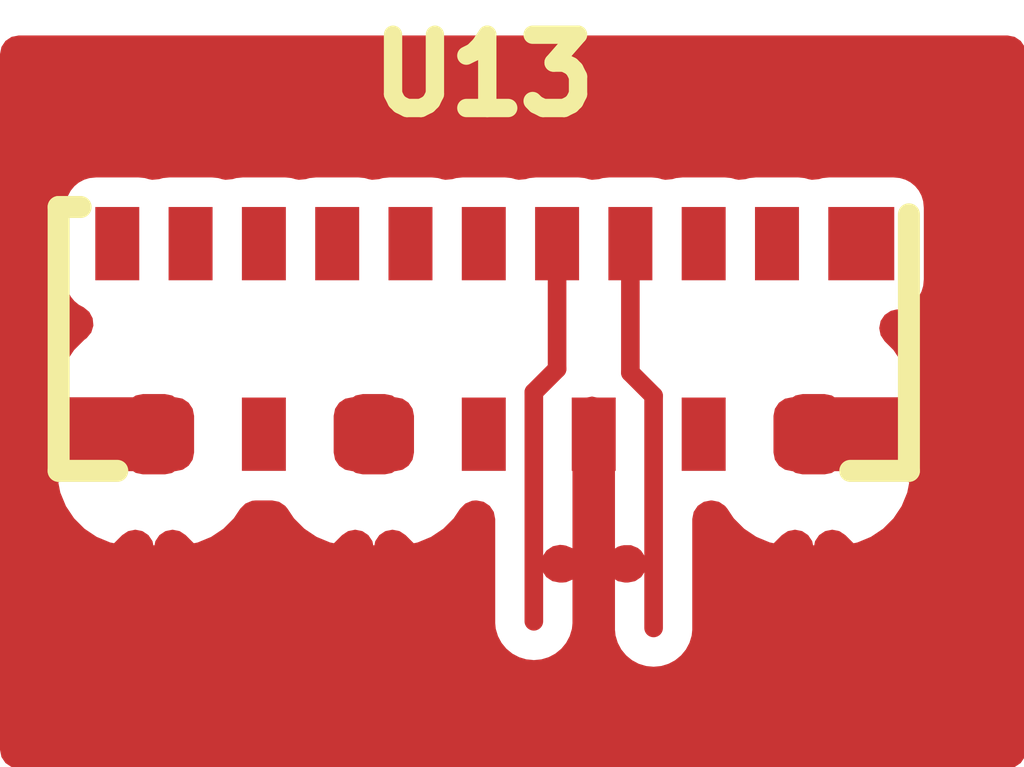
<source format=kicad_pcb>
(kicad_pcb (version 20171130) (host pcbnew "(5.1.0-rc2-38-g4612175da2)")

  (general
    (thickness 1.6)
    (drawings 0)
    (tracks 7)
    (zones 0)
    (modules 1)
    (nets 15)
  )

  (page A4)
  (layers
    (0 F.Cu signal)
    (1 In1.Cu signal)
    (2 In2.Cu signal)
    (3 In3.Cu signal)
    (4 In4.Cu signal)
    (31 B.Cu signal)
    (32 B.Adhes user)
    (33 F.Adhes user)
    (34 B.Paste user)
    (35 F.Paste user)
    (36 B.SilkS user)
    (37 F.SilkS user)
    (38 B.Mask user)
    (39 F.Mask user)
    (40 Dwgs.User user)
    (41 Cmts.User user)
    (42 Eco1.User user)
    (43 Eco2.User user)
    (44 Edge.Cuts user)
    (45 Margin user)
    (46 B.CrtYd user)
    (47 F.CrtYd user)
    (48 B.Fab user)
    (49 F.Fab user)
  )

  (setup
    (last_trace_width 0.127)
    (user_trace_width 0.1)
    (user_trace_width 0.25)
    (user_trace_width 0.5)
    (user_trace_width 0.75)
    (user_trace_width 1)
    (user_trace_width 1.2)
    (user_trace_width 1.65)
    (user_trace_width 2.5)
    (trace_clearance 0.12)
    (zone_clearance 0.22)
    (zone_45_only no)
    (trace_min 0.09)
    (via_size 0.45)
    (via_drill 0.2)
    (via_min_size 0.45)
    (via_min_drill 0.2)
    (user_via 0.45 0.2)
    (uvia_size 0.2)
    (uvia_drill 0.1)
    (uvias_allowed no)
    (uvia_min_size 0.2)
    (uvia_min_drill 0.1)
    (edge_width 0.15)
    (segment_width 0.2)
    (pcb_text_width 0.3)
    (pcb_text_size 1.5 1.5)
    (mod_edge_width 0.15)
    (mod_text_size 0.5 0.5)
    (mod_text_width 0.125)
    (pad_size 0.3 0.5)
    (pad_drill 0)
    (pad_to_mask_clearance 0.0508)
    (solder_mask_min_width 0.25)
    (aux_axis_origin 0 0)
    (visible_elements FFFDFF7F)
    (pcbplotparams
      (layerselection 0x010fc_ffffffff)
      (usegerberextensions false)
      (usegerberattributes false)
      (usegerberadvancedattributes false)
      (creategerberjobfile false)
      (excludeedgelayer true)
      (linewidth 0.100000)
      (plotframeref false)
      (viasonmask false)
      (mode 1)
      (useauxorigin false)
      (hpglpennumber 1)
      (hpglpenspeed 20)
      (hpglpendiameter 15.000000)
      (psnegative false)
      (psa4output false)
      (plotreference true)
      (plotvalue true)
      (plotinvisibletext false)
      (padsonsilk false)
      (subtractmaskfromsilk false)
      (outputformat 1)
      (mirror false)
      (drillshape 0)
      (scaleselection 1)
      (outputdirectory "."))
  )

  (net 0 "")
  (net 1 GND)
  (net 2 /rasp_cm/HDMI_CK_N)
  (net 3 /rasp_cm/HDMI_CK_P)
  (net 4 /hdmi_conn/HDMI_D0_N)
  (net 5 /hdmi_conn/HDMI_D0_P)
  (net 6 /hdmi_conn/HDMI_D1_N)
  (net 7 /hdmi_conn/HDMI_D1_P)
  (net 8 /hdmi_conn/HDMI_D2_N)
  (net 9 /hdmi_conn/HDMI_D2_P)
  (net 10 /hdmi_conn/HDMI_CEC)
  (net 11 /hdmi_conn/HDMI_SDA)
  (net 12 /hdmi_conn/HDMI_SCL)
  (net 13 /hdmi_conn/HDMI_HPD)
  (net 14 +5V)

  (net_class Default "This is the default net class."
    (clearance 0.12)
    (trace_width 0.127)
    (via_dia 0.45)
    (via_drill 0.2)
    (uvia_dia 0.2)
    (uvia_drill 0.1)
    (diff_pair_width 0.2)
    (diff_pair_gap 0.127)
    (add_net +5V)
    (add_net /hdmi_conn/HDMI_CEC)
    (add_net /hdmi_conn/HDMI_D0_N)
    (add_net /hdmi_conn/HDMI_D0_P)
    (add_net /hdmi_conn/HDMI_D1_N)
    (add_net /hdmi_conn/HDMI_D1_P)
    (add_net /hdmi_conn/HDMI_D2_N)
    (add_net /hdmi_conn/HDMI_D2_P)
    (add_net /hdmi_conn/HDMI_HPD)
    (add_net /hdmi_conn/HDMI_SCL)
    (add_net /hdmi_conn/HDMI_SDA)
    (add_net /rasp_cm/HDMI_CK_N)
    (add_net /rasp_cm/HDMI_CK_P)
    (add_net GND)
  )

  (module FS-Diode:TestFootprint (layer F.Cu) (tedit 5C7F02F0) (tstamp 5C7EF524)
    (at 22.8 18.07 180)
    (path /5B657F9C/5B658966)
    (attr smd)
    (fp_text reference U13 (at 0 1.8 180) (layer F.SilkS)
      (effects (font (size 0.5 0.5) (thickness 0.125)))
    )
    (fp_text value TestFootprint (at 0 -1.7 180) (layer F.Fab)
      (effects (font (size 0.5 0.5) (thickness 0.125)))
    )
    (fp_line (start -2.9 -0.9) (end -2.9 0.85) (layer F.SilkS) (width 0.15))
    (fp_line (start -2.5 -0.9) (end -2.9 -0.9) (layer F.SilkS) (width 0.15))
    (fp_line (start 2.9 -0.9) (end 2.5 -0.9) (layer F.SilkS) (width 0.15))
    (fp_line (start 2.9 0.9) (end 2.9 -0.9) (layer F.SilkS) (width 0.15))
    (fp_line (start 2.75 0.9) (end 2.9 0.9) (layer F.SilkS) (width 0.15))
    (fp_line (start 2.75 0.75) (end 2.75 -0.75) (layer F.CrtYd) (width 0.15))
    (fp_line (start 2.75 0.75) (end -2.75 0.75) (layer F.CrtYd) (width 0.15))
    (fp_line (start -2.75 -0.75) (end -2.75 0.75) (layer F.CrtYd) (width 0.15))
    (fp_line (start -2.75 -0.75) (end 2.75 -0.75) (layer F.CrtYd) (width 0.15))
    (pad 15 smd rect (at 0 -0.65 180) (size 0.3 0.5) (layers F.Cu F.Paste F.Mask)
      (net 11 /hdmi_conn/HDMI_SDA))
    (pad 14 smd rect (at 0.75 -0.65 180) (size 0.3 0.5) (layers F.Cu F.Paste F.Mask)
      (net 1 GND))
    (pad 13 smd rect (at 1.5 -0.65 180) (size 0.3 0.5) (layers F.Cu F.Paste F.Mask)
      (net 14 +5V))
    (pad 12 smd rect (at 2.25 -0.65 180) (size 0.3 0.5) (layers F.Cu F.Paste F.Mask)
      (net 1 GND))
    (pad 16 smd rect (at -0.75 -0.65 180) (size 0.3 0.5) (layers F.Cu F.Paste F.Mask)
      (net 1 GND))
    (pad 17 smd rect (at -1.5 -0.65 180) (size 0.3 0.5) (layers F.Cu F.Paste F.Mask)
      (net 10 /hdmi_conn/HDMI_CEC))
    (pad 18 smd rect (at -2.25 -0.65 180) (size 0.3 0.5) (layers F.Cu F.Paste F.Mask)
      (net 1 GND))
    (pad 6 smd rect (at 0 0.65 180) (size 0.3 0.5) (layers F.Cu F.Paste F.Mask)
      (net 12 /hdmi_conn/HDMI_SCL))
    (pad 7 smd rect (at 0.5 0.65 180) (size 0.3 0.5) (layers F.Cu F.Paste F.Mask)
      (net 5 /hdmi_conn/HDMI_D0_P))
    (pad 8 smd rect (at 1 0.65 180) (size 0.3 0.5) (layers F.Cu F.Paste F.Mask)
      (net 4 /hdmi_conn/HDMI_D0_N))
    (pad 9 smd rect (at 1.5 0.65 180) (size 0.3 0.5) (layers F.Cu F.Paste F.Mask)
      (net 13 /hdmi_conn/HDMI_HPD))
    (pad 10 smd rect (at 2 0.65 180) (size 0.3 0.5) (layers F.Cu F.Paste F.Mask)
      (net 3 /rasp_cm/HDMI_CK_P))
    (pad 11 smd rect (at 2.5 0.65 180) (size 0.3 0.5) (layers F.Cu F.Paste F.Mask)
      (net 2 /rasp_cm/HDMI_CK_N))
    (pad 5 smd rect (at -0.5 0.65 180) (size 0.3 0.5) (layers F.Cu F.Paste F.Mask)
      (net 6 /hdmi_conn/HDMI_D1_N))
    (pad 4 smd rect (at -1 0.65 180) (size 0.3 0.5) (layers F.Cu F.Paste F.Mask)
      (net 7 /hdmi_conn/HDMI_D1_P))
    (pad 3 smd rect (at -1.5 0.65 180) (size 0.3 0.5) (layers F.Cu F.Paste F.Mask))
    (pad 2 smd rect (at -2 0.65 180) (size 0.3 0.5) (layers F.Cu F.Paste F.Mask)
      (net 8 /hdmi_conn/HDMI_D2_N))
    (pad 1 smd rect (at -2.575 0.65 180) (size 0.45 0.5) (layers F.Cu F.Paste F.Mask)
      (net 9 /hdmi_conn/HDMI_D2_P))
  )

  (segment (start 23.55 19.6) (end 23.55 19.6) (width 0.25) (layer F.Cu) (net 1))
  (segment (start 23.141499 18.433671) (end 23.141499 19.996081) (width 0.127) (layer F.Cu) (net 6))
  (segment (start 23.3 17.42) (end 23.3 18.27517) (width 0.127) (layer F.Cu) (net 6))
  (segment (start 23.3 18.27517) (end 23.141499 18.433671) (width 0.127) (layer F.Cu) (net 6))
  (segment (start 23.958501 18.458501) (end 23.958501 20.041499) (width 0.127) (layer F.Cu) (net 7))
  (segment (start 23.8 17.42) (end 23.8 18.3) (width 0.127) (layer F.Cu) (net 7))
  (segment (start 23.8 18.3) (end 23.958501 18.458501) (width 0.127) (layer F.Cu) (net 7))

  (zone (net 1) (net_name GND) (layer F.Cu) (tstamp 5C7F0764) (hatch edge 0.508)
    (connect_pads (clearance 0.2))
    (min_thickness 0.254)
    (fill yes (arc_segments 16) (thermal_gap 0.508) (thermal_bridge_width 0.508))
    (polygon
      (pts
        (xy 19.5 16) (xy 19.5 21) (xy 26.5 21) (xy 26.5 16)
      )
    )
    (filled_polygon
      (pts
        (xy 26.373 20.873) (xy 19.627 20.873) (xy 19.627 19.605) (xy 20.31625 19.605) (xy 20.337458 19.605)
        (xy 20.319769 19.601481) (xy 20.31625 19.605) (xy 19.627 19.605) (xy 19.627 18.407458) (xy 19.765 18.407458)
        (xy 19.765 18.43625) (xy 19.92375 18.595) (xy 20.475 18.595) (xy 20.475 18.573) (xy 20.625 18.573)
        (xy 20.625 18.595) (xy 20.697 18.595) (xy 20.697 18.845) (xy 20.625 18.845) (xy 20.625 18.867)
        (xy 20.475 18.867) (xy 20.475 18.845) (xy 19.92375 18.845) (xy 19.765 19.00375) (xy 19.765 19.032542)
        (xy 19.789403 19.155223) (xy 19.83727 19.270785) (xy 19.906763 19.374789) (xy 19.995211 19.463237) (xy 20.099215 19.53273)
        (xy 20.214777 19.580597) (xy 20.319769 19.601481) (xy 20.422998 19.498252) (xy 20.422998 19.605) (xy 20.677002 19.605)
        (xy 20.762542 19.605) (xy 20.78375 19.605) (xy 21.81625 19.605) (xy 21.837458 19.605) (xy 21.819769 19.601481)
        (xy 21.81625 19.605) (xy 20.78375 19.605) (xy 20.780231 19.601481) (xy 20.762542 19.605) (xy 20.677002 19.605)
        (xy 20.677002 19.498252) (xy 20.780231 19.601481) (xy 20.885223 19.580597) (xy 21.000785 19.53273) (xy 21.104789 19.463237)
        (xy 21.193237 19.374789) (xy 21.244157 19.298582) (xy 21.355843 19.298582) (xy 21.406763 19.374789) (xy 21.495211 19.463237)
        (xy 21.599215 19.53273) (xy 21.714777 19.580597) (xy 21.819769 19.601481) (xy 21.922998 19.498252) (xy 21.922998 19.605)
        (xy 22.177002 19.605) (xy 22.262542 19.605) (xy 22.28375 19.605) (xy 22.280231 19.601481) (xy 22.262542 19.605)
        (xy 22.177002 19.605) (xy 22.177002 19.498252) (xy 22.280231 19.601481) (xy 22.385223 19.580597) (xy 22.500785 19.53273)
        (xy 22.604789 19.463237) (xy 22.693237 19.374789) (xy 22.744157 19.298582) (xy 22.751 19.298582) (xy 22.751 20.015259)
        (xy 22.756651 20.072632) (xy 22.77898 20.146242) (xy 22.81524 20.214081) (xy 22.864039 20.273542) (xy 22.9235 20.322341)
        (xy 22.991339 20.358601) (xy 23.064949 20.38093) (xy 23.141499 20.38847) (xy 23.21805 20.38093) (xy 23.29166 20.358601)
        (xy 23.359499 20.322341) (xy 23.41896 20.273542) (xy 23.467759 20.214081) (xy 23.504019 20.146242) (xy 23.526348 20.072632)
        (xy 23.531999 20.015259) (xy 23.531999 18.59542) (xy 23.537585 18.589835) (xy 23.568001 18.620251) (xy 23.568002 20.060677)
        (xy 23.573653 20.11805) (xy 23.595982 20.19166) (xy 23.632242 20.259499) (xy 23.681041 20.31896) (xy 23.740502 20.367759)
        (xy 23.808341 20.404019) (xy 23.881951 20.426348) (xy 23.958501 20.433888) (xy 24.035052 20.426348) (xy 24.108662 20.404019)
        (xy 24.176501 20.367759) (xy 24.235962 20.31896) (xy 24.284761 20.259499) (xy 24.321021 20.19166) (xy 24.34335 20.11805)
        (xy 24.349001 20.060677) (xy 24.349001 19.605) (xy 24.81625 19.605) (xy 24.837458 19.605) (xy 24.819769 19.601481)
        (xy 24.81625 19.605) (xy 24.349001 19.605) (xy 24.349001 19.298582) (xy 24.355843 19.298582) (xy 24.406763 19.374789)
        (xy 24.495211 19.463237) (xy 24.599215 19.53273) (xy 24.714777 19.580597) (xy 24.819769 19.601481) (xy 24.922998 19.498252)
        (xy 24.922998 19.605) (xy 25.177002 19.605) (xy 25.262542 19.605) (xy 25.28375 19.605) (xy 25.280231 19.601481)
        (xy 25.262542 19.605) (xy 25.177002 19.605) (xy 25.177002 19.498252) (xy 25.280231 19.601481) (xy 25.385223 19.580597)
        (xy 25.500785 19.53273) (xy 25.604789 19.463237) (xy 25.693237 19.374789) (xy 25.76273 19.270785) (xy 25.810597 19.155223)
        (xy 25.835 19.032542) (xy 25.835 19.00375) (xy 25.67625 18.845) (xy 25.125 18.845) (xy 25.125 18.867)
        (xy 24.975 18.867) (xy 24.975 18.845) (xy 24.903 18.845) (xy 24.903 18.595) (xy 24.975 18.595)
        (xy 24.975 18.573) (xy 25.125 18.573) (xy 25.125 18.595) (xy 25.67625 18.595) (xy 25.835 18.43625)
        (xy 25.835 18.407458) (xy 25.810597 18.284777) (xy 25.76273 18.169215) (xy 25.693237 18.065211) (xy 25.624222 17.996196)
        (xy 25.664103 17.992268) (xy 25.725743 17.97357) (xy 25.78255 17.943206) (xy 25.832343 17.902343) (xy 25.873206 17.85255)
        (xy 25.90357 17.795743) (xy 25.922268 17.734103) (xy 25.928582 17.67) (xy 25.928582 17.17) (xy 25.922268 17.105897)
        (xy 25.90357 17.044257) (xy 25.873206 16.98745) (xy 25.832343 16.937657) (xy 25.78255 16.896794) (xy 25.725743 16.86643)
        (xy 25.664103 16.847732) (xy 25.6 16.841418) (xy 25.15 16.841418) (xy 25.085897 16.847732) (xy 25.05 16.858621)
        (xy 25.014103 16.847732) (xy 24.95 16.841418) (xy 24.65 16.841418) (xy 24.585897 16.847732) (xy 24.55 16.858621)
        (xy 24.514103 16.847732) (xy 24.45 16.841418) (xy 24.15 16.841418) (xy 24.085897 16.847732) (xy 24.05 16.858621)
        (xy 24.014103 16.847732) (xy 23.95 16.841418) (xy 23.65 16.841418) (xy 23.585897 16.847732) (xy 23.55 16.858621)
        (xy 23.514103 16.847732) (xy 23.45 16.841418) (xy 23.15 16.841418) (xy 23.085897 16.847732) (xy 23.05 16.858621)
        (xy 23.014103 16.847732) (xy 22.95 16.841418) (xy 22.65 16.841418) (xy 22.585897 16.847732) (xy 22.55 16.858621)
        (xy 22.514103 16.847732) (xy 22.45 16.841418) (xy 22.15 16.841418) (xy 22.085897 16.847732) (xy 22.05 16.858621)
        (xy 22.014103 16.847732) (xy 21.95 16.841418) (xy 21.65 16.841418) (xy 21.585897 16.847732) (xy 21.55 16.858621)
        (xy 21.514103 16.847732) (xy 21.45 16.841418) (xy 21.15 16.841418) (xy 21.085897 16.847732) (xy 21.05 16.858621)
        (xy 21.014103 16.847732) (xy 20.95 16.841418) (xy 20.65 16.841418) (xy 20.585897 16.847732) (xy 20.55 16.858621)
        (xy 20.514103 16.847732) (xy 20.45 16.841418) (xy 20.15 16.841418) (xy 20.085897 16.847732) (xy 20.024257 16.86643)
        (xy 19.96745 16.896794) (xy 19.917657 16.937657) (xy 19.876794 16.98745) (xy 19.84643 17.044257) (xy 19.827732 17.105897)
        (xy 19.821418 17.17) (xy 19.821418 17.67) (xy 19.827732 17.734103) (xy 19.84643 17.795743) (xy 19.876794 17.85255)
        (xy 19.917657 17.902343) (xy 19.96745 17.943206) (xy 20.010775 17.966364) (xy 19.995211 17.976763) (xy 19.906763 18.065211)
        (xy 19.83727 18.169215) (xy 19.789403 18.284777) (xy 19.765 18.407458) (xy 19.627 18.407458) (xy 19.627 16.127)
        (xy 26.373 16.127)
      )
    )
    (filled_polygon
      (pts
        (xy 23.78375 19.605) (xy 23.762542 19.605) (xy 23.780231 19.601481)
      )
    )
    (filled_polygon
      (pts
        (xy 23.337458 19.605) (xy 23.31625 19.605) (xy 23.319769 19.601481)
      )
    )
    (filled_polygon
      (pts
        (xy 22.125 18.595) (xy 22.197 18.595) (xy 22.197 18.845) (xy 22.125 18.845) (xy 22.125 18.867)
        (xy 21.975 18.867) (xy 21.975 18.845) (xy 21.903 18.845) (xy 21.903 18.595) (xy 21.975 18.595)
        (xy 21.975 18.573) (xy 22.125 18.573)
      )
    )
  )
)

</source>
